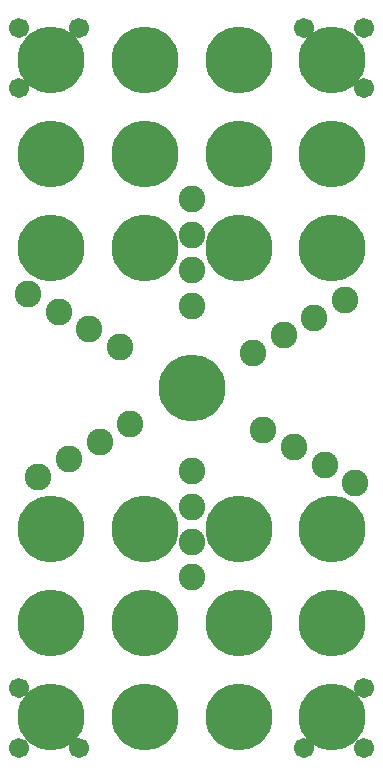
<source format=gtl>
%MOIN*%
%FSLAX25Y25*%
G04 D10 used for Character Trace; *
G04     Circle (OD=.01000) (No hole)*
G04 D11 used for Power Trace; *
G04     Circle (OD=.06700) (No hole)*
G04 D12 used for Signal Trace; *
G04     Circle (OD=.01100) (No hole)*
G04 D13 used for Via; *
G04     Circle (OD=.05800) (Round. Hole ID=.02800)*
G04 D14 used for Component hole; *
G04     Circle (OD=.06500) (Round. Hole ID=.03500)*
G04 D15 used for Component hole; *
G04     Circle (OD=.06700) (Round. Hole ID=.04300)*
G04 D16 used for Component hole; *
G04     Circle (OD=.08100) (Round. Hole ID=.05100)*
G04 D17 used for Component hole; *
G04     Circle (OD=.08900) (Round. Hole ID=.05900)*
G04 D18 used for Component hole; *
G04     Circle (OD=.11300) (Round. Hole ID=.08300)*
G04 D19 used for Component hole; *
G04     Circle (OD=.16000) (Round. Hole ID=.13000)*
G04 D20 used for Component hole; *
G04     Circle (OD=.18300) (Round. Hole ID=.15300)*
G04 D21 used for Component hole; *
G04     Circle (OD=.22291) (Round. Hole ID=.19291)*
%ADD10C,.01000*%
%ADD11C,.06700*%
%ADD12C,.01100*%
%ADD13C,.05800*%
%ADD14C,.06500*%
%ADD15C,.06700*%
%ADD16C,.08100*%
%ADD17C,.08900*%
%ADD18C,.11300*%
%ADD19C,.16000*%
%ADD20C,.18300*%
%ADD21C,.22291*%
%IPPOS*%
%LPD*%
G90*X0Y0D02*D15*X5000Y5000D03*D21*X15625Y15625D03*
D15*X5000Y25000D03*X25000Y5000D03*D21*            
X46875Y46875D03*X15625D03*X46875Y15625D03*D17*    
X62500Y62008D03*Y73819D03*D21*X78125Y78125D03*    
X46875D03*X15625D03*X78125Y15625D03*Y46875D03*D17*
X62500Y85630D03*Y97441D03*X11357Y95472D03*        
X21585Y101378D03*D15*X100000Y5000D03*D17*         
X96595Y105315D03*X31814Y107283D03*                
X106824Y99409D03*X86367Y111220D03*D21*            
X109375Y15625D03*Y46875D03*Y78125D03*D17*         
X42043Y113189D03*X117053Y93504D03*D15*            
X120000Y5000D03*Y25000D03*D21*X62500Y125000D03*   
D17*X82957Y136811D03*X38633Y138780D03*            
X93186Y142717D03*X28405Y144685D03*                
X103415Y148622D03*X18176Y150591D03*               
X113643Y154528D03*X62500Y152559D03*               
X7947Y156496D03*X62500Y164370D03*D21*             
X109375Y171875D03*X78125D03*X46875D03*X15625D03*  
D17*X62500Y176181D03*Y187992D03*D21*              
X109375Y203125D03*X78125D03*X46875D03*X15625D03*  
D15*X120000Y225000D03*X5000D03*D21*               
X109375Y234375D03*X78125D03*X46875D03*X15625D03*  
D15*X120000Y245000D03*X100000D03*X25000D03*       
X5000D03*M02*                                     

</source>
